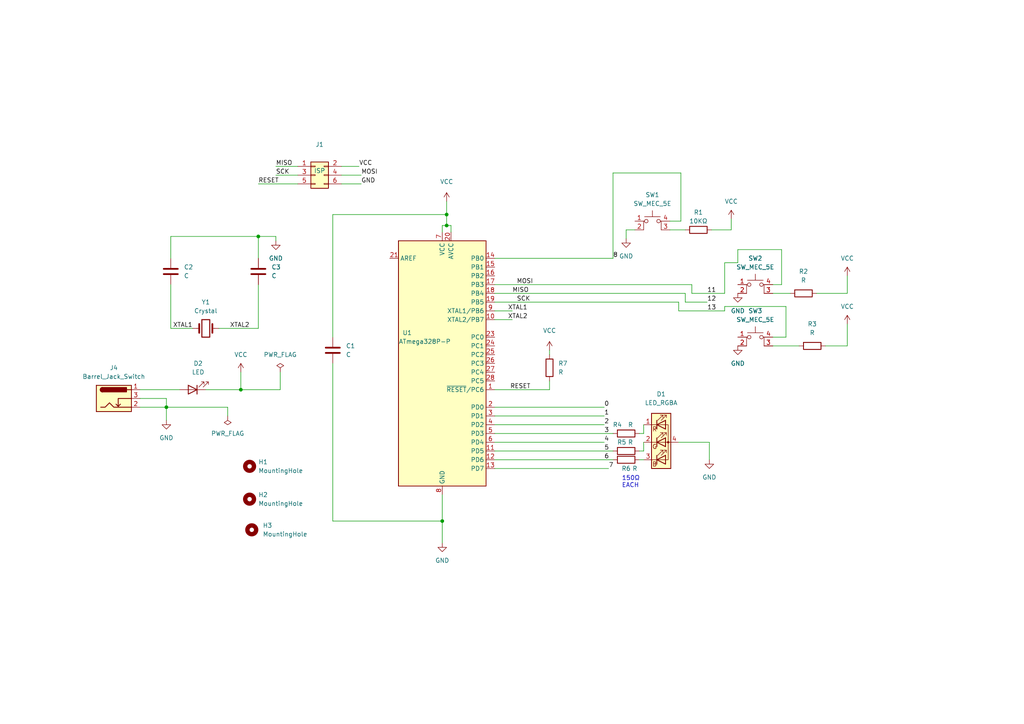
<source format=kicad_sch>
(kicad_sch (version 20211123) (generator eeschema)
  (paper "A4")
  (lib_symbols
    (symbol "Connector:Barrel_Jack_Switch" (pin_names hide)
      (property "Reference" "J" (at 0 5.334 0))
      (property "Value" "Barrel_Jack_Switch" (at 0 -5.08 0))
      (symbol "Barrel_Jack_Switch_0_1"
        (rectangle (start -5.08 3.81) (end 5.08 -3.81) (stroke (width 0.254)) (fill (type background)))
        (arc (start -3.302 3.175) (mid -3.937 2.54) (end -3.302 1.905) (stroke (width 0.254)))
        (arc (start -3.302 3.175) (mid -3.937 2.54) (end -3.302 1.905) (stroke (width 0.254)) (fill (type outline)))
        (polyline (pts (xy 1.27 -2.286) (xy 1.905 -1.651)) (stroke (width 0.254)))
        (polyline (pts (xy 5.08 2.54) (xy 3.81 2.54)) (stroke (width 0.254)))
        (polyline (pts (xy 5.08 0) (xy 1.27 0) (xy 1.27 -2.286) (xy 0.635 -1.651)) (stroke (width 0.254)))
        (polyline (pts (xy -3.81 -2.54) (xy -2.54 -2.54) (xy -1.27 -1.27) (xy 0 -2.54) (xy 2.54 -2.54) (xy 5.08 -2.54)) (stroke (width 0.254)))
        (rectangle (start 3.683 3.175) (end -3.302 1.905) (stroke (width 0.254)) (fill (type outline)))
      )
      (symbol "Barrel_Jack_Switch_1_1"
        (pin passive line (at 7.62 2.54 180) (length 2.54) (name "~") (number "1"))
        (pin passive line (at 7.62 -2.54 180) (length 2.54) (name "~") (number "2"))
        (pin passive line (at 7.62 0 180) (length 2.54) (name "~") (number "3"))
      )
    )
    (symbol "Connector_Generic:Conn_02x03_Odd_Even" (pin_names (offset 1.016) hide)
      (property "Reference" "J" (at 1.27 5.08 0))
      (property "Value" "Conn_02x03_Odd_Even" (at 1.27 -5.08 0))
      (symbol "Conn_02x03_Odd_Even_1_1"
        (rectangle (start -1.27 -2.413) (end 0 -2.667) (stroke (width 0.1524)))
        (rectangle (start -1.27 0.127) (end 0 -0.127) (stroke (width 0.1524)))
        (rectangle (start -1.27 2.667) (end 0 2.413) (stroke (width 0.1524)))
        (rectangle (start -1.27 3.81) (end 3.81 -3.81) (stroke (width 0.254)) (fill (type background)))
        (rectangle (start 3.81 -2.413) (end 2.54 -2.667) (stroke (width 0.1524)))
        (rectangle (start 3.81 0.127) (end 2.54 -0.127) (stroke (width 0.1524)))
        (rectangle (start 3.81 2.667) (end 2.54 2.413) (stroke (width 0.1524)))
        (pin passive line (at -5.08 2.54 0) (length 3.81) (name "Pin_1") (number "1"))
        (pin passive line (at 7.62 2.54 180) (length 3.81) (name "Pin_2") (number "2"))
        (pin passive line (at -5.08 0 0) (length 3.81) (name "Pin_3") (number "3"))
        (pin passive line (at 7.62 0 180) (length 3.81) (name "Pin_4") (number "4"))
        (pin passive line (at -5.08 -2.54 0) (length 3.81) (name "Pin_5") (number "5"))
        (pin passive line (at 7.62 -2.54 180) (length 3.81) (name "Pin_6") (number "6"))
      )
    )
    (symbol "Device:C" (pin_numbers hide) (pin_names (offset 0.254))
      (property "Reference" "C" (at 0.635 2.54 0))
      (property "Value" "C" (at 0.635 -2.54 0))
      (symbol "C_0_1"
        (polyline (pts (xy -2.032 -0.762) (xy 2.032 -0.762)) (stroke (width 0.508)))
        (polyline (pts (xy -2.032 0.762) (xy 2.032 0.762)) (stroke (width 0.508)))
      )
      (symbol "C_1_1"
        (pin passive line (at 0 3.81 270) (length 2.794) (name "~") (number "1"))
        (pin passive line (at 0 -3.81 90) (length 2.794) (name "~") (number "2"))
      )
    )
    (symbol "Device:Crystal" (pin_numbers hide) (pin_names (offset 1.016) hide)
      (property "Reference" "Y" (at 0 3.81 0))
      (property "Value" "Crystal" (at 0 -3.81 0))
      (symbol "Crystal_0_1"
        (rectangle (start -1.143 2.54) (end 1.143 -2.54) (stroke (width 0.3048)))
        (polyline (pts (xy -2.54 0) (xy -1.905 0)))
        (polyline (pts (xy -1.905 -1.27) (xy -1.905 1.27)) (stroke (width 0.508)))
        (polyline (pts (xy 1.905 -1.27) (xy 1.905 1.27)) (stroke (width 0.508)))
        (polyline (pts (xy 2.54 0) (xy 1.905 0)))
      )
      (symbol "Crystal_1_1"
        (pin passive line (at -3.81 0 0) (length 1.27) (name "1") (number "1"))
        (pin passive line (at 3.81 0 180) (length 1.27) (name "2") (number "2"))
      )
    )
    (symbol "Device:LED" (pin_numbers hide) (pin_names (offset 1.016) hide)
      (property "Reference" "D" (at 0 2.54 0))
      (property "Value" "LED" (at 0 -2.54 0))
      (symbol "LED_0_1"
        (polyline (pts (xy -1.27 -1.27) (xy -1.27 1.27)) (stroke (width 0.254)))
        (polyline (pts (xy -1.27 0) (xy 1.27 0)))
        (polyline (pts (xy 1.27 -1.27) (xy 1.27 1.27) (xy -1.27 0) (xy 1.27 -1.27)) (stroke (width 0.254)))
        (polyline (pts (xy -3.048 -0.762) (xy -4.572 -2.286) (xy -3.81 -2.286) (xy -4.572 -2.286) (xy -4.572 -1.524)))
        (polyline (pts (xy -1.778 -0.762) (xy -3.302 -2.286) (xy -2.54 -2.286) (xy -3.302 -2.286) (xy -3.302 -1.524)))
      )
      (symbol "LED_1_1"
        (pin passive line (at -3.81 0 0) (length 2.54) (name "K") (number "1"))
        (pin passive line (at 3.81 0 180) (length 2.54) (name "A") (number "2"))
      )
    )
    (symbol "Device:LED_RGBA" (pin_names (offset 0) hide)
      (property "Reference" "D" (at 0 9.398 0))
      (property "Value" "LED_RGBA" (at 0 -8.89 0))
      (symbol "LED_RGBA_0_0"
        (text "B" (at -1.905 -6.35 0) (effects (font (size 1.27 1.27))))
        (text "G" (at -1.905 -1.27 0) (effects (font (size 1.27 1.27))))
        (text "R" (at -1.905 3.81 0) (effects (font (size 1.27 1.27))))
      )
      (symbol "LED_RGBA_0_1"
        (polyline (pts (xy -1.27 -5.08) (xy -2.54 -5.08)))
        (polyline (pts (xy -1.27 -5.08) (xy 1.27 -5.08)))
        (polyline (pts (xy -1.27 -3.81) (xy -1.27 -6.35)) (stroke (width 0.254)))
        (polyline (pts (xy -1.27 0) (xy -2.54 0)))
        (polyline (pts (xy -1.27 1.27) (xy -1.27 -1.27)) (stroke (width 0.254)))
        (polyline (pts (xy -1.27 5.08) (xy -2.54 5.08)))
        (polyline (pts (xy -1.27 5.08) (xy 1.27 5.08)))
        (polyline (pts (xy -1.27 6.35) (xy -1.27 3.81)) (stroke (width 0.254)))
        (polyline (pts (xy 1.27 0) (xy -1.27 0)))
        (polyline (pts (xy 1.27 0) (xy 2.54 0)))
        (polyline (pts (xy -1.27 1.27) (xy -1.27 -1.27) (xy -1.27 -1.27)))
        (polyline (pts (xy -1.27 6.35) (xy -1.27 3.81) (xy -1.27 3.81)))
        (polyline (pts (xy 1.27 -5.08) (xy 2.032 -5.08) (xy 2.032 5.08) (xy 1.27 5.08)))
        (polyline (pts (xy 1.27 -3.81) (xy 1.27 -6.35) (xy -1.27 -5.08) (xy 1.27 -3.81)) (stroke (width 0.254)))
        (polyline (pts (xy 1.27 1.27) (xy 1.27 -1.27) (xy -1.27 0) (xy 1.27 1.27)) (stroke (width 0.254)))
        (polyline (pts (xy 1.27 6.35) (xy 1.27 3.81) (xy -1.27 5.08) (xy 1.27 6.35)) (stroke (width 0.254)))
        (polyline (pts (xy -1.016 -3.81) (xy 0.508 -2.286) (xy -0.254 -2.286) (xy 0.508 -2.286) (xy 0.508 -3.048)))
        (polyline (pts (xy -1.016 1.27) (xy 0.508 2.794) (xy -0.254 2.794) (xy 0.508 2.794) (xy 0.508 2.032)))
        (polyline (pts (xy -1.016 6.35) (xy 0.508 7.874) (xy -0.254 7.874) (xy 0.508 7.874) (xy 0.508 7.112)))
        (polyline (pts (xy 0 -3.81) (xy 1.524 -2.286) (xy 0.762 -2.286) (xy 1.524 -2.286) (xy 1.524 -3.048)))
        (polyline (pts (xy 0 1.27) (xy 1.524 2.794) (xy 0.762 2.794) (xy 1.524 2.794) (xy 1.524 2.032)))
        (polyline (pts (xy 0 6.35) (xy 1.524 7.874) (xy 0.762 7.874) (xy 1.524 7.874) (xy 1.524 7.112)))
        (rectangle (start 1.27 -1.27) (end 1.27 1.27))
        (rectangle (start 1.27 1.27) (end 1.27 1.27))
        (rectangle (start 1.27 3.81) (end 1.27 6.35))
        (rectangle (start 1.27 6.35) (end 1.27 6.35))
        (circle (center 2.032 0) (radius 0.254) (fill (type outline)))
        (rectangle (start 2.794 8.382) (end -2.794 -7.62) (stroke (width 0.254)) (fill (type background)))
      )
      (symbol "LED_RGBA_1_1"
        (pin passive line (at -5.08 5.08 0) (length 2.54) (name "RK") (number "1"))
        (pin passive line (at -5.08 0 0) (length 2.54) (name "GK") (number "2"))
        (pin passive line (at -5.08 -5.08 0) (length 2.54) (name "BK") (number "3"))
        (pin passive line (at 5.08 0 180) (length 2.54) (name "A") (number "4"))
      )
    )
    (symbol "Device:R" (pin_numbers hide) (pin_names (offset 0))
      (property "Reference" "R" (at 2.032 0 90))
      (property "Value" "R" (at 0 0 90))
      (symbol "R_0_1"
        (rectangle (start -1.016 -2.54) (end 1.016 2.54) (stroke (width 0.254)))
      )
      (symbol "R_1_1"
        (pin passive line (at 0 3.81 270) (length 1.27) (name "~") (number "1"))
        (pin passive line (at 0 -3.81 90) (length 1.27) (name "~") (number "2"))
      )
    )
    (symbol "MCU_Microchip_ATmega:ATmega328P-P"
      (property "Reference" "U" (at -12.7 36.83 0))
      (property "Value" "ATmega328P-P" (at 2.54 -36.83 0))
      (symbol "ATmega328P-P_0_1"
        (rectangle (start -12.7 -35.56) (end 12.7 35.56) (stroke (width 0.254)) (fill (type background)))
      )
      (symbol "ATmega328P-P_1_1"
        (pin bidirectional line (at 15.24 -7.62 180) (length 2.54) (name "~{RESET}/PC6") (number "1"))
        (pin bidirectional line (at 15.24 12.7 180) (length 2.54) (name "XTAL2/PB7") (number "10"))
        (pin bidirectional line (at 15.24 -25.4 180) (length 2.54) (name "PD5") (number "11"))
        (pin bidirectional line (at 15.24 -27.94 180) (length 2.54) (name "PD6") (number "12"))
        (pin bidirectional line (at 15.24 -30.48 180) (length 2.54) (name "PD7") (number "13"))
        (pin bidirectional line (at 15.24 30.48 180) (length 2.54) (name "PB0") (number "14"))
        (pin bidirectional line (at 15.24 27.94 180) (length 2.54) (name "PB1") (number "15"))
        (pin bidirectional line (at 15.24 25.4 180) (length 2.54) (name "PB2") (number "16"))
        (pin bidirectional line (at 15.24 22.86 180) (length 2.54) (name "PB3") (number "17"))
        (pin bidirectional line (at 15.24 20.32 180) (length 2.54) (name "PB4") (number "18"))
        (pin bidirectional line (at 15.24 17.78 180) (length 2.54) (name "PB5") (number "19"))
        (pin bidirectional line (at 15.24 -12.7 180) (length 2.54) (name "PD0") (number "2"))
        (pin power_in line (at 2.54 38.1 270) (length 2.54) (name "AVCC") (number "20"))
        (pin passive line (at -15.24 30.48 0) (length 2.54) (name "AREF") (number "21"))
        (pin passive line (at 0 -38.1 90) (length 2.54) hide (name "GND") (number "22"))
        (pin bidirectional line (at 15.24 7.62 180) (length 2.54) (name "PC0") (number "23"))
        (pin bidirectional line (at 15.24 5.08 180) (length 2.54) (name "PC1") (number "24"))
        (pin bidirectional line (at 15.24 2.54 180) (length 2.54) (name "PC2") (number "25"))
        (pin bidirectional line (at 15.24 0 180) (length 2.54) (name "PC3") (number "26"))
        (pin bidirectional line (at 15.24 -2.54 180) (length 2.54) (name "PC4") (number "27"))
        (pin bidirectional line (at 15.24 -5.08 180) (length 2.54) (name "PC5") (number "28"))
        (pin bidirectional line (at 15.24 -15.24 180) (length 2.54) (name "PD1") (number "3"))
        (pin bidirectional line (at 15.24 -17.78 180) (length 2.54) (name "PD2") (number "4"))
        (pin bidirectional line (at 15.24 -20.32 180) (length 2.54) (name "PD3") (number "5"))
        (pin bidirectional line (at 15.24 -22.86 180) (length 2.54) (name "PD4") (number "6"))
        (pin power_in line (at 0 38.1 270) (length 2.54) (name "VCC") (number "7"))
        (pin power_in line (at 0 -38.1 90) (length 2.54) (name "GND") (number "8"))
        (pin bidirectional line (at 15.24 15.24 180) (length 2.54) (name "XTAL1/PB6") (number "9"))
      )
    )
    (symbol "Mechanical:MountingHole" (pin_names (offset 1.016))
      (property "Reference" "H" (at 0 5.08 0))
      (property "Value" "MountingHole" (at 0 3.175 0))
      (symbol "MountingHole_0_1"
        (circle (center 0 0) (radius 1.27) (stroke (width 1.27)))
      )
    )
    (symbol "Switch:SW_MEC_5E" (pin_names (offset 1.016) hide)
      (property "Reference" "SW" (at 0.635 5.715 0))
      (property "Value" "SW_MEC_5E" (at 0 -3.175 0))
      (symbol "SW_MEC_5E_0_1"
        (circle (center -1.778 2.54) (radius 0.508))
        (polyline (pts (xy -2.286 3.81) (xy 2.286 3.81)))
        (polyline (pts (xy 0 3.81) (xy 0 5.588)))
        (polyline (pts (xy -2.54 0) (xy -2.54 2.54) (xy -2.286 2.54)))
        (polyline (pts (xy 2.54 0) (xy 2.54 2.54) (xy 2.286 2.54)))
        (circle (center 1.778 2.54) (radius 0.508))
        (pin passive line (at -5.08 2.54 0) (length 2.54) (name "1") (number "1"))
        (pin passive line (at -5.08 0 0) (length 2.54) (name "2") (number "2"))
        (pin passive line (at 5.08 0 180) (length 2.54) (name "K") (number "3"))
        (pin passive line (at 5.08 2.54 180) (length 2.54) (name "A") (number "4"))
      )
    )
    (symbol "power:GND" (power) (pin_names (offset 0))
      (property "Value" "GND" (at 0 -3.81 0))
      (symbol "GND_0_1"
        (polyline (pts (xy 0 0) (xy 0 -1.27) (xy 1.27 -1.27) (xy 0 -2.54) (xy -1.27 -1.27) (xy 0 -1.27)))
      )
      (symbol "GND_1_1"
        (pin power_in line (at 0 0 270) (length 0) hide (name "GND") (number "1"))
      )
    )
    (symbol "power:PWR_FLAG" (power) (pin_numbers hide) (pin_names (offset 0) hide)
      (property "Value" "PWR_FLAG" (at 0 3.81 0))
      (symbol "PWR_FLAG_0_0"
        (pin power_out line (at 0 0 90) (length 0) (name "pwr") (number "1"))
      )
      (symbol "PWR_FLAG_0_1"
        (polyline (pts (xy 0 0) (xy 0 1.27) (xy -1.016 1.905) (xy 0 2.54) (xy 1.016 1.905) (xy 0 1.27)))
      )
    )
    (symbol "power:VCC" (power) (pin_names (offset 0))
      (property "Value" "VCC" (at 0 3.81 0))
      (symbol "VCC_0_1"
        (polyline (pts (xy -0.762 1.27) (xy 0 2.54)))
        (polyline (pts (xy 0 0) (xy 0 2.54)))
        (polyline (pts (xy 0 2.54) (xy 0.762 1.27)))
      )
      (symbol "VCC_1_1"
        (pin power_in line (at 0 0 90) (length 0) hide (name "VCC") (number "1"))
      )
    )
  )
  (junction (at 74.93 68.58))
  (junction (at 129.54 65.405))
  (junction (at 128.27 151.13))
  (junction (at 129.54 62.23))
  (junction (at 69.85 113.03))
  (junction (at 48.26 118.11))
  (wire (pts (xy 194.31 64.135) (xy 197.485 64.135)))
  (wire (pts (xy 40.64 118.11) (xy 48.26 118.11)))
  (wire (pts (xy 212.09 63.5) (xy 212.09 66.675)))
  (wire (pts (xy 181.61 66.675) (xy 181.61 69.215)))
  (wire (pts (xy 198.755 87.63) (xy 205.105 87.63)))
  (wire (pts (xy 66.04 118.11) (xy 66.04 120.65)))
  (wire (pts (xy 236.855 85.09) (xy 245.745 85.09)))
  (wire (pts (xy 206.375 66.675) (xy 212.09 66.675)))
  (wire (pts (xy 245.745 93.98) (xy 245.745 100.33)))
  (wire (pts (xy 128.27 65.405) (xy 129.54 65.405)))
  (wire (pts (xy 227.965 88.9) (xy 210.185 88.9)))
  (wire (pts (xy 194.31 66.675) (xy 198.755 66.675)))
  (wire (pts (xy 159.385 110.49) (xy 159.385 113.03)))
  (wire (pts (xy 143.51 118.11) (xy 175.26 118.11)))
  (wire (pts (xy 143.51 90.17) (xy 148.59 90.17)))
  (wire (pts (xy 226.695 82.55) (xy 226.695 72.39)))
  (wire (pts (xy 159.385 101.6) (xy 159.385 102.87)))
  (wire (pts (xy 99.06 53.34) (xy 104.775 53.34)))
  (wire (pts (xy 96.52 151.13) (xy 96.52 105.41)))
  (wire (pts (xy 143.51 135.89) (xy 176.53 135.89)))
  (wire (pts (xy 80.01 50.8) (xy 86.36 50.8)))
  (wire (pts (xy 143.51 113.03) (xy 159.385 113.03)))
  (wire (pts (xy 49.53 68.58) (xy 74.93 68.58)))
  (wire (pts (xy 48.26 115.57) (xy 48.26 118.11)))
  (wire (pts (xy 96.52 62.23) (xy 96.52 97.79)))
  (wire (pts (xy 245.745 80.01) (xy 245.745 85.09)))
  (wire (pts (xy 69.85 113.03) (xy 81.28 113.03)))
  (wire (pts (xy 74.93 53.34) (xy 86.36 53.34)))
  (wire (pts (xy 239.395 100.33) (xy 245.745 100.33)))
  (wire (pts (xy 128.27 151.13) (xy 128.27 143.51)))
  (wire (pts (xy 226.695 72.39) (xy 213.995 72.39)))
  (wire (pts (xy 49.53 74.93) (xy 49.53 68.58)))
  (wire (pts (xy 186.69 125.73) (xy 186.69 123.19)))
  (wire (pts (xy 224.155 100.33) (xy 231.775 100.33)))
  (wire (pts (xy 185.42 125.73) (xy 186.69 125.73)))
  (wire (pts (xy 196.85 87.63) (xy 196.85 90.17)))
  (wire (pts (xy 80.01 48.26) (xy 86.36 48.26)))
  (wire (pts (xy 177.8 50.165) (xy 197.485 50.165)))
  (wire (pts (xy 40.64 113.03) (xy 52.07 113.03)))
  (wire (pts (xy 143.51 74.93) (xy 177.8 74.93)))
  (wire (pts (xy 186.69 130.81) (xy 186.69 128.27)))
  (wire (pts (xy 210.185 88.9) (xy 210.185 90.17)))
  (wire (pts (xy 96.52 62.23) (xy 129.54 62.23)))
  (wire (pts (xy 99.06 50.8) (xy 104.775 50.8)))
  (wire (pts (xy 63.5 95.25) (xy 74.93 95.25)))
  (wire (pts (xy 224.155 97.79) (xy 227.965 97.79)))
  (wire (pts (xy 224.155 82.55) (xy 226.695 82.55)))
  (wire (pts (xy 224.155 85.09) (xy 229.235 85.09)))
  (wire (pts (xy 177.8 74.93) (xy 177.8 50.165)))
  (wire (pts (xy 143.51 120.65) (xy 175.26 120.65)))
  (wire (pts (xy 74.93 68.58) (xy 74.93 74.93)))
  (wire (pts (xy 128.27 151.13) (xy 96.52 151.13)))
  (wire (pts (xy 213.995 72.39) (xy 213.995 76.2)))
  (wire (pts (xy 129.54 58.42) (xy 129.54 62.23)))
  (wire (pts (xy 130.81 65.405) (xy 130.81 67.31)))
  (wire (pts (xy 143.51 133.35) (xy 177.8 133.35)))
  (wire (pts (xy 143.51 82.55) (xy 200.66 82.55)))
  (wire (pts (xy 185.42 133.35) (xy 186.69 133.35)))
  (wire (pts (xy 40.64 115.57) (xy 48.26 115.57)))
  (wire (pts (xy 198.755 85.09) (xy 198.755 87.63)))
  (wire (pts (xy 48.26 118.11) (xy 66.04 118.11)))
  (wire (pts (xy 210.185 76.2) (xy 210.185 85.09)))
  (wire (pts (xy 49.53 95.25) (xy 55.88 95.25)))
  (wire (pts (xy 81.28 113.03) (xy 81.28 107.95)))
  (wire (pts (xy 99.06 48.26) (xy 104.14 48.26)))
  (wire (pts (xy 128.27 151.13) (xy 128.27 157.48)))
  (wire (pts (xy 143.51 92.71) (xy 148.59 92.71)))
  (wire (pts (xy 129.54 62.23) (xy 129.54 65.405)))
  (wire (pts (xy 213.995 76.2) (xy 210.185 76.2)))
  (wire (pts (xy 205.74 128.27) (xy 205.74 133.35)))
  (wire (pts (xy 196.85 90.17) (xy 210.185 90.17)))
  (wire (pts (xy 196.85 128.27) (xy 205.74 128.27)))
  (wire (pts (xy 59.69 113.03) (xy 69.85 113.03)))
  (wire (pts (xy 129.54 65.405) (xy 130.81 65.405)))
  (wire (pts (xy 143.51 87.63) (xy 196.85 87.63)))
  (wire (pts (xy 74.93 95.25) (xy 74.93 82.55)))
  (wire (pts (xy 197.485 64.135) (xy 197.485 50.165)))
  (wire (pts (xy 200.66 82.55) (xy 200.66 85.09)))
  (wire (pts (xy 80.01 68.58) (xy 80.01 69.85)))
  (wire (pts (xy 128.27 67.31) (xy 128.27 65.405)))
  (wire (pts (xy 143.51 85.09) (xy 198.755 85.09)))
  (wire (pts (xy 48.26 118.11) (xy 48.26 121.92)))
  (wire (pts (xy 227.965 97.79) (xy 227.965 88.9)))
  (wire (pts (xy 49.53 95.25) (xy 49.53 82.55)))
  (wire (pts (xy 143.51 128.27) (xy 175.26 128.27)))
  (wire (pts (xy 143.51 125.73) (xy 177.8 125.73)))
  (wire (pts (xy 185.42 130.81) (xy 186.69 130.81)))
  (wire (pts (xy 143.51 130.81) (xy 177.8 130.81)))
  (wire (pts (xy 143.51 123.19) (xy 175.26 123.19)))
  (wire (pts (xy 200.66 85.09) (xy 210.185 85.09)))
  (wire (pts (xy 74.93 68.58) (xy 80.01 68.58)))
  (wire (pts (xy 184.15 66.675) (xy 181.61 66.675)))
  (wire (pts (xy 69.85 107.95) (xy 69.85 113.03)))
  (text "150Ω\nEACH\n" (at 180.34 141.605 0) (effects (font (size 1.27 1.27)) (justify left bottom)))
  (label "RESET" (at 147.955 113.03 0))
  (label "0" (at 175.26 118.11 0))
  (label "5" (at 175.26 130.81 0))
  (label "3" (at 175.26 125.73 0))
  (label "MOSI" (at 104.775 50.8 0))
  (label "XTAL2" (at 66.675 95.25 0))
  (label "8" (at 177.8 74.93 0))
  (label "4" (at 175.26 128.27 0))
  (label "1" (at 175.26 120.65 0))
  (label "GND" (at 104.775 53.34 0))
  (label "2" (at 175.26 123.19 0))
  (label "RESET" (at 74.93 53.34 0))
  (label "MISO" (at 80.01 48.26 0))
  (label "6" (at 175.26 133.35 0))
  (label "XTAL1" (at 50.165 95.25 0))
  (label "XTAL2" (at 147.32 92.71 0))
  (label "12" (at 205.105 87.63 0))
  (label "SCK" (at 149.86 87.63 0))
  (label "11" (at 205.105 85.09 0))
  (label "SCK" (at 80.01 50.8 0))
  (label "XTAL1" (at 147.32 90.17 0))
  (label "13" (at 205.105 90.17 0))
  (label "MOSI" (at 149.86 82.55 0))
  (label "7" (at 176.53 135.89 0))
  (label "VCC" (at 104.14 48.26 0))
  (label "MISO" (at 148.59 85.09 0))
  (symbol (lib_id "MCU_Microchip_ATmega:ATmega328P-P") (at 128.27 105.41 0) (unit 1)
    (property "Reference" "U1" (at 118.11 96.52 0))
    (property "Value" "ATmega328P-P" (at 123.19 99.06 0))
    (property "Footprint" "Package_DIP:DIP-28_W7.62mm" (effects hide))
    (property "Datasheet" "http://ww1.microchip.com/downloads/en/DeviceDoc/ATmega328_P%20AVR%20MCU%20with%20picoPower%20Technology%20Data%20Sheet%2040001984A.pdf" (effects hide))
  )
  (symbol (lib_id "Device:R") (at 181.61 125.73 90) (unit 1)
    (property "Reference" "R4" (at 179.07 123.19 90))
    (property "Value" "R" (at 182.88 123.19 90))
    (property "Footprint" "Resistor_SMD:R_0805_2012Metric" (effects hide))
  )
  (symbol (lib_id "Switch:SW_MEC_5E") (at 189.23 66.675 0) (unit 1)
    (property "Reference" "SW1" (at 189.23 56.515 0))
    (property "Value" "SW_MEC_5E" (at 189.23 59.055 0))
    (property "Footprint" "Button_Switch_SMD:SW_Push_1P1T_NO_CK_KSC6xxJ" (effects hide))
    (property "Datasheet" "http://www.apem.com/int/index.php?controller=attachment&id_attachment=1371" (effects hide))
  )
  (symbol (lib_id "Device:Crystal") (at 59.69 95.25 0) (unit 1)
    (property "Reference" "Y1" (at 59.69 87.63 0))
    (property "Value" "Crystal" (at 59.69 90.17 0))
  )
  (symbol (lib_id "Device:R") (at 181.61 130.81 90) (unit 1)
    (property "Reference" "R5" (at 180.34 128.27 90))
    (property "Value" "R" (at 182.88 128.27 90))
    (property "Footprint" "Resistor_SMD:R_0805_2012Metric" (effects hide))
  )
  (symbol (lib_id "power:GND") (at 181.61 69.215 0) (unit 1)
    (property "Reference" "#PWR0104" (effects hide))
    (property "Value" "GND" (at 181.61 74.295 0))
  )
  (symbol (lib_id "power:GND") (at 48.26 121.92 0) (unit 1)
    (property "Reference" "#PWR0111" (effects hide))
    (property "Value" "GND" (at 48.26 127 0))
  )
  (symbol (lib_id "power:GND") (at 213.995 85.09 0) (unit 1)
    (property "Reference" "#PWR0106" (effects hide))
    (property "Value" "GND" (at 213.995 90.17 0))
  )
  (symbol (lib_id "power:GND") (at 205.74 133.35 0) (unit 1)
    (property "Reference" "#PWR0103" (effects hide))
    (property "Value" "GND" (at 205.74 138.43 0))
  )
  (symbol (lib_id "Connector:Barrel_Jack_Switch") (at 33.02 115.57 0) (unit 1)
    (property "Reference" "J4" (at 33.02 106.68 0))
    (property "Value" "Barrel_Jack_Switch" (at 33.02 109.22 0))
    (property "Footprint" "Connector_BarrelJack:BarrelJack_Horizontal" (effects hide))
  )
  (symbol (lib_id "Switch:SW_MEC_5E") (at 219.075 100.33 0) (unit 1)
    (property "Reference" "SW3" (at 219.075 90.17 0))
    (property "Value" "SW_MEC_5E" (at 219.075 92.71 0))
    (property "Footprint" "Button_Switch_SMD:SW_Push_1P1T_NO_CK_KSC6xxJ" (effects hide))
    (property "Datasheet" "http://www.apem.com/int/index.php?controller=attachment&id_attachment=1371" (effects hide))
  )
  (symbol (lib_id "Switch:SW_MEC_5E") (at 219.075 85.09 0) (unit 1)
    (property "Reference" "SW2" (at 219.075 74.93 0))
    (property "Value" "SW_MEC_5E" (at 219.075 77.47 0))
    (property "Footprint" "Button_Switch_SMD:SW_Push_1P1T_NO_CK_KSC6xxJ" (effects hide))
    (property "Datasheet" "http://www.apem.com/int/index.php?controller=attachment&id_attachment=1371" (effects hide))
  )
  (symbol (lib_id "power:GND") (at 213.995 100.33 0) (unit 1)
    (property "Reference" "#PWR0107" (effects hide))
    (property "Value" "GND" (at 213.995 105.41 0))
  )
  (symbol (lib_id "Mechanical:MountingHole") (at 73.025 153.67 0) (unit 1)
    (property "Reference" "H3" (at 76.2 152.3999 0) (effects (justify left)))
    (property "Value" "MountingHole" (at 76.2 154.9399 0) (effects (justify left)))
  )
  (symbol (lib_id "Mechanical:MountingHole") (at 72.39 144.78 0) (unit 1)
    (property "Reference" "H2" (at 74.93 143.5099 0) (effects (justify left)))
    (property "Value" "MountingHole" (at 74.93 146.0499 0) (effects (justify left)))
  )
  (symbol (lib_id "Connector_Generic:Conn_02x03_Odd_Even") (at 91.44 50.8 0) (unit 1)
    (property "Reference" "J1" (at 92.71 41.91 0))
    (property "Value" "ISP" (at 92.71 49.53 0))
  )
  (symbol (lib_id "power:VCC") (at 245.745 93.98 0) (unit 1)
    (property "Reference" "#PWR0109" (effects hide))
    (property "Value" "VCC" (at 245.745 88.9 0))
  )
  (symbol (lib_id "Device:R") (at 181.61 133.35 90) (unit 1)
    (property "Reference" "R6" (at 181.61 135.89 90))
    (property "Value" "R" (at 184.15 135.89 90))
    (property "Footprint" "Resistor_SMD:R_0805_2012Metric" (effects hide))
  )
  (symbol (lib_id "Device:LED_RGBA") (at 191.77 128.27 0) (unit 1)
    (property "Reference" "D1" (at 191.77 114.3 0))
    (property "Value" "LED_RGBA" (at 191.77 116.84 0))
    (property "Footprint" "LED_THT:LED_D5.0mm-4_RGB_Staggered_Pins" (effects hide))
  )
  (symbol (lib_id "power:VCC") (at 129.54 58.42 0) (unit 1)
    (property "Reference" "#PWR0113" (effects hide))
    (property "Value" "VCC" (at 129.54 52.705 0))
  )
  (symbol (lib_id "power:PWR_FLAG") (at 66.04 120.65 180) (unit 1)
    (property "Reference" "#FLG0101" (effects hide))
    (property "Value" "PWR_FLAG" (at 66.04 125.73 0))
  )
  (symbol (lib_id "Device:R") (at 233.045 85.09 90) (unit 1)
    (property "Reference" "R2" (at 233.045 78.74 90))
    (property "Value" "R" (at 233.045 81.28 90))
    (property "Footprint" "Resistor_SMD:R_0805_2012Metric" (effects hide))
  )
  (symbol (lib_id "power:VCC") (at 212.09 63.5 0) (unit 1)
    (property "Reference" "#PWR0105" (effects hide))
    (property "Value" "VCC" (at 212.09 58.42 0))
  )
  (symbol (lib_id "Device:R") (at 202.565 66.675 90) (unit 1)
    (property "Reference" "R1" (at 202.565 61.595 90))
    (property "Value" "10KΩ" (at 202.565 64.135 90))
    (property "Footprint" "Resistor_SMD:R_0805_2012Metric" (effects hide))
  )
  (symbol (lib_id "power:GND") (at 128.27 157.48 0) (unit 1)
    (property "Reference" "#PWR0101" (effects hide))
    (property "Value" "GND" (at 128.27 162.56 0))
  )
  (symbol (lib_id "Device:LED") (at 55.88 113.03 180) (unit 1)
    (property "Reference" "D2" (at 57.4675 105.41 0))
    (property "Value" "LED" (at 57.4675 107.95 0))
    (property "Footprint" "LED_THT:LED_D5.0mm" (effects hide))
  )
  (symbol (lib_id "power:GND") (at 80.01 69.85 0) (unit 1)
    (property "Reference" "#PWR0110" (effects hide))
    (property "Value" "GND" (at 80.01 74.93 0))
  )
  (symbol (lib_id "Device:R") (at 235.585 100.33 90) (unit 1)
    (property "Reference" "R3" (at 235.585 93.98 90))
    (property "Value" "R" (at 235.585 96.52 90))
    (property "Footprint" "Resistor_SMD:R_0805_2012Metric" (effects hide))
  )
  (symbol (lib_id "power:VCC") (at 159.385 101.6 0) (unit 1)
    (property "Reference" "#PWR0114" (effects hide))
    (property "Value" "VCC" (at 159.385 95.885 0))
  )
  (symbol (lib_id "Device:C") (at 49.53 78.74 0) (unit 1)
    (property "Reference" "C2" (at 53.34 77.4699 0) (effects (justify left)))
    (property "Value" "C" (at 53.34 80.0099 0) (effects (justify left)))
    (property "Footprint" "Capacitor_SMD:C_0805_2012Metric" (effects hide))
  )
  (symbol (lib_id "power:PWR_FLAG") (at 81.28 107.95 0) (unit 1)
    (property "Reference" "#FLG0102" (effects hide))
    (property "Value" "PWR_FLAG" (at 81.28 102.87 0))
  )
  (symbol (lib_id "Device:C") (at 74.93 78.74 0) (unit 1)
    (property "Reference" "C3" (at 78.74 77.4699 0) (effects (justify left)))
    (property "Value" "C" (at 78.74 80.0099 0) (effects (justify left)))
    (property "Footprint" "Capacitor_SMD:C_0805_2012Metric" (effects hide))
  )
  (symbol (lib_id "Mechanical:MountingHole") (at 72.39 135.255 0) (unit 1)
    (property "Reference" "H1" (at 74.93 133.9849 0) (effects (justify left)))
    (property "Value" "MountingHole" (at 74.93 136.5249 0) (effects (justify left)))
  )
  (symbol (lib_id "power:VCC") (at 69.85 107.95 0) (unit 1)
    (property "Reference" "#PWR0112" (effects hide))
    (property "Value" "VCC" (at 69.85 102.87 0))
  )
  (symbol (lib_id "power:VCC") (at 245.745 80.01 0) (unit 1)
    (property "Reference" "#PWR0108" (effects hide))
    (property "Value" "VCC" (at 245.745 74.93 0))
  )
  (symbol (lib_id "Device:C") (at 96.52 101.6 0) (unit 1)
    (property "Reference" "C1" (at 100.33 100.3299 0) (effects (justify left)))
    (property "Value" "C" (at 100.33 102.8699 0) (effects (justify left)))
    (property "Footprint" "Capacitor_SMD:C_0805_2012Metric" (effects hide))
  )
  (symbol (lib_id "Device:R") (at 159.385 106.68 0) (unit 1)
    (property "Reference" "R7" (at 161.925 105.4099 0) (effects (justify left)))
    (property "Value" "R" (at 161.925 107.9499 0) (effects (justify left)))
    (property "Footprint" "Resistor_SMD:R_0805_2012Metric" (effects hide))
  )
)
</source>
